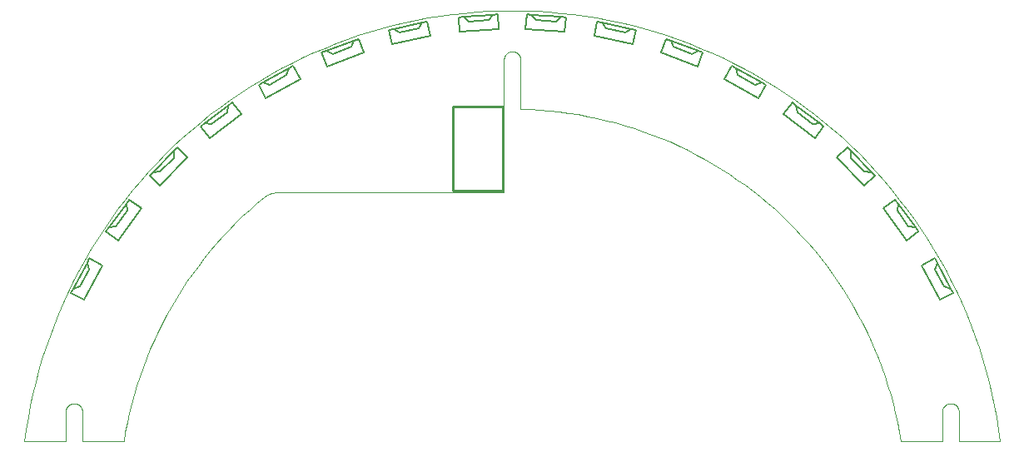
<source format=gto>
G04 EAGLE Gerber RS-274X export*
G75*
%MOMM*%
%FSLAX34Y34*%
%LPD*%
%INSilk_Top*%
%IPPOS*%
%AMOC8*
5,1,8,0,0,1.08239X$1,22.5*%
G01*
%ADD10C,0.000000*%
%ADD11C,0.200000*%
%ADD12C,0.254000*%


D10*
X992282Y0D02*
X990613Y12144D01*
X988646Y24243D01*
X986384Y36290D01*
X983826Y48278D01*
X980976Y60200D01*
X977834Y72048D01*
X974403Y83816D01*
X970685Y95496D01*
X966681Y107081D01*
X962394Y118565D01*
X957827Y129940D01*
X952983Y141200D01*
X947864Y152338D01*
X942474Y163347D01*
X936815Y174220D01*
X930892Y184952D01*
X924707Y195535D01*
X918265Y205963D01*
X911569Y216230D01*
X904623Y226330D01*
X897432Y236257D01*
X890000Y246004D01*
X882331Y255567D01*
X874430Y264938D01*
X866301Y274113D01*
X857950Y283086D01*
X849382Y291851D01*
X840601Y300404D01*
X831613Y308739D01*
X822424Y316851D01*
X813039Y324736D01*
X803463Y332388D01*
X793702Y339803D01*
X783763Y346977D01*
X773650Y353904D01*
X763371Y360582D01*
X752932Y367006D01*
X742338Y373172D01*
X731596Y379076D01*
X720712Y384715D01*
X709694Y390086D01*
X698547Y395185D01*
X687278Y400009D01*
X675895Y404556D01*
X664404Y408822D01*
X652811Y412806D01*
X641125Y416503D01*
X629351Y419914D01*
X617497Y423034D01*
X605570Y425863D01*
X593578Y428399D01*
X581527Y430640D01*
X569424Y432585D01*
X557278Y434233D01*
X545095Y435583D01*
X532882Y436633D01*
X520647Y437384D01*
X508398Y437835D01*
X496141Y437985D01*
X483884Y437835D01*
X471635Y437384D01*
X459400Y436633D01*
X447187Y435583D01*
X435004Y434233D01*
X422858Y432585D01*
X410755Y430640D01*
X398704Y428399D01*
X386712Y425863D01*
X374785Y423034D01*
X362931Y419914D01*
X351157Y416503D01*
X339471Y412806D01*
X327878Y408822D01*
X316387Y404556D01*
X305004Y400009D01*
X293735Y395185D01*
X282588Y390086D01*
X271570Y384715D01*
X260686Y379076D01*
X249944Y373172D01*
X239350Y367006D01*
X228911Y360582D01*
X218632Y353904D01*
X208519Y346977D01*
X198580Y339803D01*
X188819Y332388D01*
X179243Y324736D01*
X169858Y316851D01*
X160669Y308739D01*
X151681Y300404D01*
X142900Y291851D01*
X134332Y283086D01*
X125981Y274113D01*
X117852Y264938D01*
X109951Y255567D01*
X102282Y246004D01*
X94850Y236257D01*
X87659Y226330D01*
X80713Y216230D01*
X74017Y205963D01*
X67575Y195535D01*
X61390Y184952D01*
X55467Y174220D01*
X49808Y163347D01*
X44418Y152338D01*
X39299Y141200D01*
X34455Y129940D01*
X29888Y118565D01*
X25601Y107081D01*
X21597Y95496D01*
X17879Y83816D01*
X14448Y72048D01*
X11306Y60200D01*
X8456Y48278D01*
X5898Y36290D01*
X3636Y24243D01*
X1669Y12144D01*
X0Y0D01*
X933295Y30000D02*
X933298Y30207D01*
X933305Y30414D01*
X933318Y30620D01*
X933335Y30827D01*
X933358Y31032D01*
X933386Y31238D01*
X933418Y31442D01*
X933456Y31646D01*
X933498Y31848D01*
X933546Y32050D01*
X933598Y32250D01*
X933655Y32449D01*
X933717Y32646D01*
X933784Y32842D01*
X933856Y33036D01*
X933932Y33229D01*
X934013Y33419D01*
X934099Y33608D01*
X934189Y33794D01*
X934283Y33978D01*
X934383Y34160D01*
X934486Y34339D01*
X934594Y34516D01*
X934706Y34690D01*
X934822Y34861D01*
X934943Y35030D01*
X935067Y35195D01*
X935196Y35357D01*
X935328Y35516D01*
X935464Y35672D01*
X935604Y35825D01*
X935748Y35974D01*
X935895Y36119D01*
X936046Y36261D01*
X936200Y36399D01*
X936358Y36534D01*
X936518Y36664D01*
X936682Y36790D01*
X936849Y36913D01*
X937019Y37031D01*
X937192Y37146D01*
X937367Y37256D01*
X937545Y37361D01*
X937726Y37463D01*
X937908Y37559D01*
X938094Y37652D01*
X938281Y37740D01*
X938471Y37823D01*
X938662Y37902D01*
X938855Y37976D01*
X939051Y38045D01*
X939247Y38109D01*
X939445Y38169D01*
X939645Y38224D01*
X939846Y38274D01*
X940048Y38319D01*
X940251Y38359D01*
X940455Y38394D01*
X940660Y38424D01*
X940865Y38449D01*
X941071Y38469D01*
X941278Y38484D01*
X941485Y38494D01*
X941692Y38499D01*
X941898Y38499D01*
X942105Y38494D01*
X942312Y38484D01*
X942519Y38469D01*
X942725Y38449D01*
X942930Y38424D01*
X943135Y38394D01*
X943339Y38359D01*
X943542Y38319D01*
X943744Y38274D01*
X943945Y38224D01*
X944145Y38169D01*
X944343Y38109D01*
X944539Y38045D01*
X944735Y37976D01*
X944928Y37902D01*
X945119Y37823D01*
X945309Y37740D01*
X945496Y37652D01*
X945682Y37559D01*
X945864Y37463D01*
X946045Y37361D01*
X946223Y37256D01*
X946398Y37146D01*
X946571Y37031D01*
X946741Y36913D01*
X946908Y36790D01*
X947072Y36664D01*
X947232Y36534D01*
X947390Y36399D01*
X947544Y36261D01*
X947695Y36119D01*
X947842Y35974D01*
X947986Y35825D01*
X948126Y35672D01*
X948262Y35516D01*
X948394Y35357D01*
X948523Y35195D01*
X948647Y35030D01*
X948768Y34861D01*
X948884Y34690D01*
X948996Y34516D01*
X949104Y34339D01*
X949207Y34160D01*
X949307Y33978D01*
X949401Y33794D01*
X949491Y33608D01*
X949577Y33419D01*
X949658Y33229D01*
X949734Y33036D01*
X949806Y32842D01*
X949873Y32646D01*
X949935Y32449D01*
X949992Y32250D01*
X950044Y32050D01*
X950092Y31848D01*
X950134Y31646D01*
X950172Y31442D01*
X950204Y31238D01*
X950232Y31032D01*
X950255Y30827D01*
X950272Y30620D01*
X950285Y30414D01*
X950292Y30207D01*
X950295Y30000D01*
X891307Y0D02*
X889674Y9644D01*
X887804Y19246D01*
X885701Y28799D01*
X883365Y38297D01*
X880797Y47736D01*
X877999Y57109D01*
X874972Y66411D01*
X871719Y75636D01*
X868242Y84778D01*
X864542Y93833D01*
X860621Y102795D01*
X856483Y111658D01*
X852129Y120418D01*
X847562Y129068D01*
X842785Y137604D01*
X837801Y146020D01*
X832612Y154313D01*
X827223Y162476D01*
X821635Y170504D01*
X815852Y178394D01*
X809879Y186140D01*
X803717Y193737D01*
X797372Y201182D01*
X790847Y208469D01*
X784145Y215594D01*
X777271Y222553D01*
X770229Y229342D01*
X763023Y235957D01*
X755658Y242394D01*
X748137Y248649D01*
X740466Y254718D01*
X732648Y260597D01*
X724689Y266284D01*
X716594Y271774D01*
X708366Y277065D01*
X700012Y282153D01*
X691536Y287035D01*
X682942Y291708D01*
X674238Y296170D01*
X665426Y300418D01*
X656514Y304449D01*
X647505Y308260D01*
X638406Y311851D01*
X629222Y315217D01*
X619958Y318358D01*
X610621Y321272D01*
X601215Y323956D01*
X591746Y326410D01*
X582219Y328631D01*
X572642Y330619D01*
X563018Y332372D01*
X553355Y333889D01*
X543657Y335170D01*
X533931Y336212D01*
X524183Y337017D01*
X514417Y337583D01*
X504641Y337910D01*
X504641Y388000D02*
X504638Y388207D01*
X504631Y388414D01*
X504618Y388620D01*
X504601Y388827D01*
X504578Y389032D01*
X504550Y389238D01*
X504518Y389442D01*
X504480Y389646D01*
X504438Y389848D01*
X504390Y390050D01*
X504338Y390250D01*
X504281Y390449D01*
X504219Y390646D01*
X504152Y390842D01*
X504080Y391036D01*
X504004Y391229D01*
X503923Y391419D01*
X503837Y391608D01*
X503747Y391794D01*
X503653Y391978D01*
X503553Y392160D01*
X503450Y392339D01*
X503342Y392516D01*
X503230Y392690D01*
X503114Y392861D01*
X502993Y393030D01*
X502869Y393195D01*
X502740Y393357D01*
X502608Y393516D01*
X502472Y393672D01*
X502332Y393825D01*
X502188Y393974D01*
X502041Y394119D01*
X501890Y394261D01*
X501736Y394399D01*
X501578Y394534D01*
X501418Y394664D01*
X501254Y394790D01*
X501087Y394913D01*
X500917Y395031D01*
X500744Y395146D01*
X500569Y395256D01*
X500391Y395361D01*
X500210Y395463D01*
X500028Y395559D01*
X499842Y395652D01*
X499655Y395740D01*
X499465Y395823D01*
X499274Y395902D01*
X499081Y395976D01*
X498885Y396045D01*
X498689Y396109D01*
X498491Y396169D01*
X498291Y396224D01*
X498090Y396274D01*
X497888Y396319D01*
X497685Y396359D01*
X497481Y396394D01*
X497276Y396424D01*
X497071Y396449D01*
X496865Y396469D01*
X496658Y396484D01*
X496451Y396494D01*
X496244Y396499D01*
X496038Y396499D01*
X495831Y396494D01*
X495624Y396484D01*
X495417Y396469D01*
X495211Y396449D01*
X495006Y396424D01*
X494801Y396394D01*
X494597Y396359D01*
X494394Y396319D01*
X494192Y396274D01*
X493991Y396224D01*
X493791Y396169D01*
X493593Y396109D01*
X493397Y396045D01*
X493201Y395976D01*
X493008Y395902D01*
X492817Y395823D01*
X492627Y395740D01*
X492440Y395652D01*
X492254Y395559D01*
X492072Y395463D01*
X491891Y395361D01*
X491713Y395256D01*
X491538Y395146D01*
X491365Y395031D01*
X491195Y394913D01*
X491028Y394790D01*
X490864Y394664D01*
X490704Y394534D01*
X490546Y394399D01*
X490392Y394261D01*
X490241Y394119D01*
X490094Y393974D01*
X489950Y393825D01*
X489810Y393672D01*
X489674Y393516D01*
X489542Y393357D01*
X489413Y393195D01*
X489289Y393030D01*
X489168Y392861D01*
X489052Y392690D01*
X488940Y392516D01*
X488832Y392339D01*
X488729Y392160D01*
X488629Y391978D01*
X488535Y391794D01*
X488445Y391608D01*
X488359Y391419D01*
X488278Y391229D01*
X488202Y391036D01*
X488130Y390842D01*
X488063Y390646D01*
X488001Y390449D01*
X487944Y390250D01*
X487892Y390050D01*
X487844Y389848D01*
X487802Y389646D01*
X487764Y389442D01*
X487732Y389238D01*
X487704Y389032D01*
X487681Y388827D01*
X487664Y388620D01*
X487651Y388414D01*
X487644Y388207D01*
X487641Y388000D01*
X256500Y252910D02*
X256012Y252904D01*
X255525Y252886D01*
X255039Y252857D01*
X254553Y252815D01*
X254068Y252762D01*
X253585Y252697D01*
X253104Y252620D01*
X252625Y252531D01*
X252148Y252431D01*
X251673Y252319D01*
X251202Y252196D01*
X250733Y252061D01*
X250269Y251915D01*
X249807Y251757D01*
X249350Y251589D01*
X248897Y251409D01*
X248448Y251218D01*
X248005Y251016D01*
X247566Y250804D01*
X247133Y250581D01*
X246705Y250347D01*
X246283Y250104D01*
X245867Y249850D01*
X245457Y249585D01*
X245054Y249311D01*
X244658Y249028D01*
X244268Y248734D01*
X243887Y248431D01*
X243887Y248432D02*
X236380Y242178D01*
X229028Y235743D01*
X221836Y229131D01*
X214807Y222344D01*
X207945Y215388D01*
X201256Y208267D01*
X194743Y200984D01*
X188410Y193544D01*
X182260Y185952D01*
X176298Y178212D01*
X170526Y170328D01*
X164949Y162306D01*
X159569Y154150D01*
X154390Y145865D01*
X149415Y137456D01*
X144647Y128928D01*
X140089Y120287D01*
X135743Y111536D01*
X131612Y102682D01*
X127698Y93729D01*
X124005Y84684D01*
X120533Y75551D01*
X117286Y66336D01*
X114265Y57044D01*
X111471Y47682D01*
X108908Y38254D01*
X106575Y28766D01*
X104474Y19224D01*
X102608Y9634D01*
X100976Y0D01*
X58988Y30000D02*
X58985Y30207D01*
X58978Y30414D01*
X58965Y30620D01*
X58948Y30827D01*
X58925Y31032D01*
X58897Y31238D01*
X58865Y31442D01*
X58827Y31646D01*
X58785Y31848D01*
X58737Y32050D01*
X58685Y32250D01*
X58628Y32449D01*
X58566Y32646D01*
X58499Y32842D01*
X58427Y33036D01*
X58351Y33229D01*
X58270Y33419D01*
X58184Y33608D01*
X58094Y33794D01*
X58000Y33978D01*
X57900Y34160D01*
X57797Y34339D01*
X57689Y34516D01*
X57577Y34690D01*
X57461Y34861D01*
X57340Y35030D01*
X57216Y35195D01*
X57087Y35357D01*
X56955Y35516D01*
X56819Y35672D01*
X56679Y35825D01*
X56535Y35974D01*
X56388Y36119D01*
X56237Y36261D01*
X56083Y36399D01*
X55925Y36534D01*
X55765Y36664D01*
X55601Y36790D01*
X55434Y36913D01*
X55264Y37031D01*
X55091Y37146D01*
X54916Y37256D01*
X54738Y37361D01*
X54557Y37463D01*
X54375Y37559D01*
X54189Y37652D01*
X54002Y37740D01*
X53812Y37823D01*
X53621Y37902D01*
X53428Y37976D01*
X53232Y38045D01*
X53036Y38109D01*
X52838Y38169D01*
X52638Y38224D01*
X52437Y38274D01*
X52235Y38319D01*
X52032Y38359D01*
X51828Y38394D01*
X51623Y38424D01*
X51418Y38449D01*
X51212Y38469D01*
X51005Y38484D01*
X50798Y38494D01*
X50591Y38499D01*
X50385Y38499D01*
X50178Y38494D01*
X49971Y38484D01*
X49764Y38469D01*
X49558Y38449D01*
X49353Y38424D01*
X49148Y38394D01*
X48944Y38359D01*
X48741Y38319D01*
X48539Y38274D01*
X48338Y38224D01*
X48138Y38169D01*
X47940Y38109D01*
X47744Y38045D01*
X47548Y37976D01*
X47355Y37902D01*
X47164Y37823D01*
X46974Y37740D01*
X46787Y37652D01*
X46601Y37559D01*
X46419Y37463D01*
X46238Y37361D01*
X46060Y37256D01*
X45885Y37146D01*
X45712Y37031D01*
X45542Y36913D01*
X45375Y36790D01*
X45211Y36664D01*
X45051Y36534D01*
X44893Y36399D01*
X44739Y36261D01*
X44588Y36119D01*
X44441Y35974D01*
X44297Y35825D01*
X44157Y35672D01*
X44021Y35516D01*
X43889Y35357D01*
X43760Y35195D01*
X43636Y35030D01*
X43515Y34861D01*
X43399Y34690D01*
X43287Y34516D01*
X43179Y34339D01*
X43076Y34160D01*
X42976Y33978D01*
X42882Y33794D01*
X42792Y33608D01*
X42706Y33419D01*
X42625Y33229D01*
X42549Y33036D01*
X42477Y32842D01*
X42410Y32646D01*
X42348Y32449D01*
X42291Y32250D01*
X42239Y32050D01*
X42191Y31848D01*
X42149Y31646D01*
X42111Y31442D01*
X42079Y31238D01*
X42051Y31032D01*
X42028Y30827D01*
X42011Y30620D01*
X41998Y30414D01*
X41991Y30207D01*
X41988Y30000D01*
X950295Y0D02*
X992282Y0D01*
X990613Y12144D01*
X988646Y24243D01*
X986384Y36290D01*
X983826Y48278D01*
X980976Y60200D01*
X977834Y72048D01*
X974403Y83816D01*
X970685Y95496D01*
X966681Y107081D01*
X962394Y118565D01*
X957827Y129940D01*
X952983Y141200D01*
X947864Y152338D01*
X942474Y163347D01*
X936815Y174220D01*
X930892Y184952D01*
X924707Y195535D01*
X918265Y205963D01*
X911569Y216230D01*
X904623Y226330D01*
X897432Y236257D01*
X890000Y246004D01*
X882331Y255567D01*
X874430Y264938D01*
X866301Y274113D01*
X857950Y283086D01*
X849382Y291851D01*
X840601Y300404D01*
X831613Y308739D01*
X822424Y316851D01*
X813039Y324736D01*
X803463Y332388D01*
X793702Y339803D01*
X783763Y346977D01*
X773650Y353904D01*
X763371Y360582D01*
X752932Y367006D01*
X742338Y373172D01*
X731596Y379076D01*
X720712Y384715D01*
X709694Y390086D01*
X698547Y395185D01*
X687278Y400009D01*
X675895Y404556D01*
X664404Y408822D01*
X652811Y412806D01*
X641125Y416503D01*
X629351Y419914D01*
X617497Y423034D01*
X605570Y425863D01*
X593578Y428399D01*
X581527Y430640D01*
X569424Y432585D01*
X557278Y434233D01*
X545095Y435583D01*
X532882Y436633D01*
X520647Y437384D01*
X508398Y437835D01*
X496141Y437985D01*
X483884Y437835D01*
X471635Y437384D01*
X459400Y436633D01*
X447187Y435583D01*
X435004Y434233D01*
X422858Y432585D01*
X410755Y430640D01*
X398704Y428399D01*
X386712Y425863D01*
X374785Y423034D01*
X362931Y419914D01*
X351157Y416503D01*
X339471Y412806D01*
X327878Y408822D01*
X316387Y404556D01*
X305004Y400009D01*
X293735Y395185D01*
X282588Y390086D01*
X271570Y384715D01*
X260686Y379076D01*
X249944Y373172D01*
X239350Y367006D01*
X228911Y360582D01*
X218632Y353904D01*
X208519Y346977D01*
X198580Y339803D01*
X188819Y332388D01*
X179243Y324736D01*
X169858Y316851D01*
X160669Y308739D01*
X151681Y300404D01*
X142900Y291851D01*
X134332Y283086D01*
X125981Y274113D01*
X117852Y264938D01*
X109951Y255567D01*
X102282Y246004D01*
X94850Y236257D01*
X87659Y226330D01*
X80713Y216230D01*
X74017Y205963D01*
X67575Y195535D01*
X61390Y184952D01*
X55467Y174220D01*
X49808Y163347D01*
X44418Y152338D01*
X39299Y141200D01*
X34455Y129940D01*
X29888Y118565D01*
X25601Y107081D01*
X21597Y95496D01*
X17879Y83816D01*
X14448Y72048D01*
X11306Y60200D01*
X8456Y48278D01*
X5898Y36290D01*
X3636Y24243D01*
X1669Y12144D01*
X0Y0D01*
X41988Y0D01*
X41988Y30000D01*
X41991Y30207D01*
X41998Y30414D01*
X42011Y30620D01*
X42028Y30827D01*
X42051Y31032D01*
X42079Y31238D01*
X42111Y31442D01*
X42149Y31646D01*
X42191Y31848D01*
X42239Y32050D01*
X42291Y32250D01*
X42348Y32449D01*
X42410Y32646D01*
X42477Y32842D01*
X42549Y33036D01*
X42625Y33229D01*
X42706Y33419D01*
X42792Y33608D01*
X42882Y33794D01*
X42976Y33978D01*
X43076Y34160D01*
X43179Y34339D01*
X43287Y34516D01*
X43399Y34690D01*
X43515Y34861D01*
X43636Y35030D01*
X43760Y35195D01*
X43889Y35357D01*
X44021Y35516D01*
X44157Y35672D01*
X44297Y35825D01*
X44441Y35974D01*
X44588Y36119D01*
X44739Y36261D01*
X44893Y36399D01*
X45051Y36534D01*
X45211Y36664D01*
X45375Y36790D01*
X45542Y36913D01*
X45712Y37031D01*
X45885Y37146D01*
X46060Y37256D01*
X46238Y37361D01*
X46419Y37463D01*
X46601Y37559D01*
X46787Y37652D01*
X46974Y37740D01*
X47164Y37823D01*
X47355Y37902D01*
X47548Y37976D01*
X47744Y38045D01*
X47940Y38109D01*
X48138Y38169D01*
X48338Y38224D01*
X48539Y38274D01*
X48741Y38319D01*
X48944Y38359D01*
X49148Y38394D01*
X49353Y38424D01*
X49558Y38449D01*
X49764Y38469D01*
X49971Y38484D01*
X50178Y38494D01*
X50385Y38499D01*
X50591Y38499D01*
X50798Y38494D01*
X51005Y38484D01*
X51212Y38469D01*
X51418Y38449D01*
X51623Y38424D01*
X51828Y38394D01*
X52032Y38359D01*
X52235Y38319D01*
X52437Y38274D01*
X52638Y38224D01*
X52838Y38169D01*
X53036Y38109D01*
X53232Y38045D01*
X53428Y37976D01*
X53621Y37902D01*
X53812Y37823D01*
X54002Y37740D01*
X54189Y37652D01*
X54375Y37559D01*
X54557Y37463D01*
X54738Y37361D01*
X54916Y37256D01*
X55091Y37146D01*
X55264Y37031D01*
X55434Y36913D01*
X55601Y36790D01*
X55765Y36664D01*
X55925Y36534D01*
X56083Y36399D01*
X56237Y36261D01*
X56388Y36119D01*
X56535Y35974D01*
X56679Y35825D01*
X56819Y35672D01*
X56955Y35516D01*
X57087Y35357D01*
X57216Y35195D01*
X57340Y35030D01*
X57461Y34861D01*
X57577Y34690D01*
X57689Y34516D01*
X57797Y34339D01*
X57900Y34160D01*
X58000Y33978D01*
X58094Y33794D01*
X58184Y33608D01*
X58270Y33419D01*
X58351Y33229D01*
X58427Y33036D01*
X58499Y32842D01*
X58566Y32646D01*
X58628Y32449D01*
X58685Y32250D01*
X58737Y32050D01*
X58785Y31848D01*
X58827Y31646D01*
X58865Y31442D01*
X58897Y31238D01*
X58925Y31032D01*
X58948Y30827D01*
X58965Y30620D01*
X58978Y30414D01*
X58985Y30207D01*
X58988Y30000D01*
X58988Y0D01*
X100975Y0D01*
X100976Y0D02*
X102608Y9634D01*
X104474Y19224D01*
X106575Y28766D01*
X108908Y38254D01*
X111471Y47682D01*
X114265Y57044D01*
X117286Y66336D01*
X120533Y75551D01*
X124005Y84684D01*
X127698Y93729D01*
X131612Y102682D01*
X135743Y111536D01*
X140089Y120287D01*
X144647Y128928D01*
X149415Y137456D01*
X154390Y145865D01*
X159569Y154150D01*
X164949Y162306D01*
X170526Y170328D01*
X176298Y178212D01*
X182260Y185952D01*
X188410Y193544D01*
X194743Y200984D01*
X201256Y208267D01*
X207945Y215388D01*
X214807Y222344D01*
X221836Y229131D01*
X229028Y235743D01*
X236380Y242178D01*
X243887Y248432D01*
X243887Y248431D02*
X244268Y248734D01*
X244658Y249028D01*
X245054Y249311D01*
X245457Y249585D01*
X245867Y249850D01*
X246283Y250104D01*
X246705Y250347D01*
X247133Y250581D01*
X247566Y250804D01*
X248005Y251016D01*
X248448Y251218D01*
X248897Y251409D01*
X249350Y251589D01*
X249807Y251757D01*
X250269Y251915D01*
X250733Y252061D01*
X251202Y252196D01*
X251673Y252319D01*
X252148Y252431D01*
X252625Y252531D01*
X253104Y252620D01*
X253585Y252697D01*
X254068Y252762D01*
X254553Y252815D01*
X255039Y252857D01*
X255525Y252886D01*
X256012Y252904D01*
X256500Y252910D01*
X487641Y252910D01*
X487641Y388000D01*
X487644Y388207D01*
X487651Y388414D01*
X487664Y388620D01*
X487681Y388827D01*
X487704Y389032D01*
X487732Y389238D01*
X487764Y389442D01*
X487802Y389646D01*
X487844Y389848D01*
X487892Y390050D01*
X487944Y390250D01*
X488001Y390449D01*
X488063Y390646D01*
X488130Y390842D01*
X488202Y391036D01*
X488278Y391229D01*
X488359Y391419D01*
X488445Y391608D01*
X488535Y391794D01*
X488629Y391978D01*
X488729Y392160D01*
X488832Y392339D01*
X488940Y392516D01*
X489052Y392690D01*
X489168Y392861D01*
X489289Y393030D01*
X489413Y393195D01*
X489542Y393357D01*
X489674Y393516D01*
X489810Y393672D01*
X489950Y393825D01*
X490094Y393974D01*
X490241Y394119D01*
X490392Y394261D01*
X490546Y394399D01*
X490704Y394534D01*
X490864Y394664D01*
X491028Y394790D01*
X491195Y394913D01*
X491365Y395031D01*
X491538Y395146D01*
X491713Y395256D01*
X491891Y395361D01*
X492072Y395463D01*
X492254Y395559D01*
X492440Y395652D01*
X492627Y395740D01*
X492817Y395823D01*
X493008Y395902D01*
X493201Y395976D01*
X493397Y396045D01*
X493593Y396109D01*
X493791Y396169D01*
X493991Y396224D01*
X494192Y396274D01*
X494394Y396319D01*
X494597Y396359D01*
X494801Y396394D01*
X495006Y396424D01*
X495211Y396449D01*
X495417Y396469D01*
X495624Y396484D01*
X495831Y396494D01*
X496038Y396499D01*
X496244Y396499D01*
X496451Y396494D01*
X496658Y396484D01*
X496865Y396469D01*
X497071Y396449D01*
X497276Y396424D01*
X497481Y396394D01*
X497685Y396359D01*
X497888Y396319D01*
X498090Y396274D01*
X498291Y396224D01*
X498491Y396169D01*
X498689Y396109D01*
X498885Y396045D01*
X499081Y395976D01*
X499274Y395902D01*
X499465Y395823D01*
X499655Y395740D01*
X499842Y395652D01*
X500028Y395559D01*
X500210Y395463D01*
X500391Y395361D01*
X500569Y395256D01*
X500744Y395146D01*
X500917Y395031D01*
X501087Y394913D01*
X501254Y394790D01*
X501418Y394664D01*
X501578Y394534D01*
X501736Y394399D01*
X501890Y394261D01*
X502041Y394119D01*
X502188Y393974D01*
X502332Y393825D01*
X502472Y393672D01*
X502608Y393516D01*
X502740Y393357D01*
X502869Y393195D01*
X502993Y393030D01*
X503114Y392861D01*
X503230Y392690D01*
X503342Y392516D01*
X503450Y392339D01*
X503553Y392160D01*
X503653Y391978D01*
X503747Y391794D01*
X503837Y391608D01*
X503923Y391419D01*
X504004Y391229D01*
X504080Y391036D01*
X504152Y390842D01*
X504219Y390646D01*
X504281Y390449D01*
X504338Y390250D01*
X504390Y390050D01*
X504438Y389848D01*
X504480Y389646D01*
X504518Y389442D01*
X504550Y389238D01*
X504578Y389032D01*
X504601Y388827D01*
X504618Y388620D01*
X504631Y388414D01*
X504638Y388207D01*
X504641Y388000D01*
X504641Y337910D01*
X514417Y337583D01*
X524183Y337017D01*
X533931Y336212D01*
X543657Y335170D01*
X553355Y333889D01*
X563018Y332372D01*
X572642Y330619D01*
X582219Y328631D01*
X591746Y326410D01*
X601215Y323956D01*
X610621Y321272D01*
X619958Y318358D01*
X629222Y315217D01*
X638406Y311851D01*
X647505Y308260D01*
X656514Y304449D01*
X665426Y300418D01*
X674238Y296170D01*
X682942Y291708D01*
X691536Y287035D01*
X700012Y282153D01*
X708366Y277065D01*
X716594Y271774D01*
X724689Y266284D01*
X732648Y260597D01*
X740466Y254718D01*
X748137Y248649D01*
X755658Y242394D01*
X763023Y235957D01*
X770229Y229342D01*
X777271Y222553D01*
X784145Y215594D01*
X790847Y208469D01*
X797372Y201182D01*
X803717Y193737D01*
X809879Y186140D01*
X815852Y178394D01*
X821635Y170504D01*
X827223Y162476D01*
X832612Y154313D01*
X837801Y146020D01*
X842785Y137604D01*
X847562Y129068D01*
X852129Y120418D01*
X856483Y111658D01*
X860621Y102795D01*
X864542Y93833D01*
X868242Y84778D01*
X871719Y75636D01*
X874972Y66411D01*
X877999Y57109D01*
X880797Y47736D01*
X883365Y38297D01*
X885701Y28799D01*
X887804Y19246D01*
X889674Y9644D01*
X891307Y0D01*
X933295Y0D01*
X933295Y30000D01*
X933298Y30207D01*
X933305Y30414D01*
X933318Y30620D01*
X933335Y30827D01*
X933358Y31032D01*
X933386Y31238D01*
X933418Y31442D01*
X933456Y31646D01*
X933498Y31848D01*
X933546Y32050D01*
X933598Y32250D01*
X933655Y32449D01*
X933717Y32646D01*
X933784Y32842D01*
X933856Y33036D01*
X933932Y33229D01*
X934013Y33419D01*
X934099Y33608D01*
X934189Y33794D01*
X934283Y33978D01*
X934383Y34160D01*
X934486Y34339D01*
X934594Y34516D01*
X934706Y34690D01*
X934822Y34861D01*
X934943Y35030D01*
X935067Y35195D01*
X935196Y35357D01*
X935328Y35516D01*
X935464Y35672D01*
X935604Y35825D01*
X935748Y35974D01*
X935895Y36119D01*
X936046Y36261D01*
X936200Y36399D01*
X936358Y36534D01*
X936518Y36664D01*
X936682Y36790D01*
X936849Y36913D01*
X937019Y37031D01*
X937192Y37146D01*
X937367Y37256D01*
X937545Y37361D01*
X937726Y37463D01*
X937908Y37559D01*
X938094Y37652D01*
X938281Y37740D01*
X938471Y37823D01*
X938662Y37902D01*
X938855Y37976D01*
X939051Y38045D01*
X939247Y38109D01*
X939445Y38169D01*
X939645Y38224D01*
X939846Y38274D01*
X940048Y38319D01*
X940251Y38359D01*
X940455Y38394D01*
X940660Y38424D01*
X940865Y38449D01*
X941071Y38469D01*
X941278Y38484D01*
X941485Y38494D01*
X941692Y38499D01*
X941898Y38499D01*
X942105Y38494D01*
X942312Y38484D01*
X942519Y38469D01*
X942725Y38449D01*
X942930Y38424D01*
X943135Y38394D01*
X943339Y38359D01*
X943542Y38319D01*
X943744Y38274D01*
X943945Y38224D01*
X944145Y38169D01*
X944343Y38109D01*
X944539Y38045D01*
X944735Y37976D01*
X944928Y37902D01*
X945119Y37823D01*
X945309Y37740D01*
X945496Y37652D01*
X945682Y37559D01*
X945864Y37463D01*
X946045Y37361D01*
X946223Y37256D01*
X946398Y37146D01*
X946571Y37031D01*
X946741Y36913D01*
X946908Y36790D01*
X947072Y36664D01*
X947232Y36534D01*
X947390Y36399D01*
X947544Y36261D01*
X947695Y36119D01*
X947842Y35974D01*
X947986Y35825D01*
X948126Y35672D01*
X948262Y35516D01*
X948394Y35357D01*
X948523Y35195D01*
X948647Y35030D01*
X948768Y34861D01*
X948884Y34690D01*
X948996Y34516D01*
X949104Y34339D01*
X949207Y34160D01*
X949307Y33978D01*
X949401Y33794D01*
X949491Y33608D01*
X949577Y33419D01*
X949658Y33229D01*
X949734Y33036D01*
X949806Y32842D01*
X949873Y32646D01*
X949935Y32449D01*
X949992Y32250D01*
X950044Y32050D01*
X950092Y31848D01*
X950134Y31646D01*
X950172Y31442D01*
X950204Y31238D01*
X950232Y31032D01*
X950255Y30827D01*
X950272Y30620D01*
X950285Y30414D01*
X950292Y30207D01*
X950295Y30000D01*
X950295Y0D01*
D11*
X49887Y155005D02*
X47563Y150578D01*
X49887Y155005D02*
X63832Y181567D01*
X66156Y185994D01*
X79437Y179022D01*
X60844Y143606D01*
X47563Y150578D01*
X65935Y174816D02*
X63832Y181567D01*
X65935Y174816D02*
X56638Y157108D01*
X49887Y155005D01*
X441626Y431387D02*
X446613Y431735D01*
X476540Y433828D01*
X481528Y434177D01*
X482574Y419213D01*
X442672Y416423D01*
X441626Y431387D01*
X471901Y428491D02*
X476540Y433828D01*
X471901Y428491D02*
X451950Y427096D01*
X446613Y431735D01*
X375547Y419332D02*
X370661Y418267D01*
X375547Y419332D02*
X404858Y425723D01*
X409743Y426788D01*
X412939Y412133D01*
X373857Y403612D01*
X370661Y418267D01*
X401038Y419773D02*
X404858Y425723D01*
X401038Y419773D02*
X381497Y415512D01*
X375547Y419332D01*
X86016Y217373D02*
X83077Y213328D01*
X86016Y217373D02*
X103649Y241644D01*
X106588Y245689D01*
X118723Y236872D01*
X95212Y204511D01*
X83077Y213328D01*
X104755Y234660D02*
X103649Y241644D01*
X104755Y234660D02*
X93000Y218479D01*
X86016Y217373D01*
X127364Y270324D02*
X130856Y273903D01*
X151809Y295374D01*
X155301Y298952D01*
X166036Y288476D01*
X138099Y259848D01*
X127364Y270324D01*
X151895Y288303D02*
X151809Y295374D01*
X151895Y288303D02*
X137927Y273989D01*
X130856Y273903D01*
X179446Y320246D02*
X183423Y323276D01*
X207287Y341456D01*
X211265Y344486D01*
X220354Y332554D01*
X188535Y308314D01*
X179446Y320246D01*
X206340Y334449D02*
X207287Y341456D01*
X206340Y334449D02*
X190430Y322329D01*
X183423Y323276D01*
X238172Y362163D02*
X242545Y364588D01*
X268783Y379132D01*
X273156Y381556D01*
X280428Y368437D01*
X245444Y349044D01*
X238172Y362163D01*
X266834Y372335D02*
X268783Y379132D01*
X266834Y372335D02*
X249342Y362638D01*
X242545Y364588D01*
X302340Y395084D02*
X307020Y396843D01*
X335102Y407398D01*
X339782Y409157D01*
X345060Y395116D01*
X307618Y381043D01*
X302340Y395084D01*
X332181Y400959D02*
X335102Y407398D01*
X332181Y400959D02*
X313460Y393922D01*
X307020Y396843D01*
X926144Y185994D02*
X928468Y181567D01*
X942413Y155005D01*
X944737Y150578D01*
X931456Y143606D01*
X912863Y179022D01*
X926144Y185994D01*
X935662Y157108D02*
X942413Y155005D01*
X935662Y157108D02*
X926365Y174816D01*
X928468Y181567D01*
X840491Y295374D02*
X836999Y298952D01*
X840491Y295374D02*
X861444Y273903D01*
X864936Y270324D01*
X854201Y259848D01*
X826264Y288476D01*
X836999Y298952D01*
X854373Y273989D02*
X861444Y273903D01*
X854373Y273989D02*
X840405Y288303D01*
X840491Y295374D01*
X723517Y379132D02*
X719144Y381556D01*
X723517Y379132D02*
X749755Y364588D01*
X754128Y362163D01*
X746856Y349044D01*
X711872Y368437D01*
X719144Y381556D01*
X742958Y362638D02*
X749755Y364588D01*
X742958Y362638D02*
X725466Y372335D01*
X723517Y379132D01*
X587442Y425723D02*
X582557Y426788D01*
X587442Y425723D02*
X616753Y419332D01*
X621639Y418267D01*
X618443Y403612D01*
X579361Y412133D01*
X582557Y426788D01*
X610803Y415512D02*
X616753Y419332D01*
X610803Y415512D02*
X591262Y419773D01*
X587442Y425723D01*
X515760Y433828D02*
X510772Y434177D01*
X515760Y433828D02*
X545687Y431735D01*
X550674Y431387D01*
X549628Y416423D01*
X509726Y419213D01*
X510772Y434177D01*
X540350Y427096D02*
X545687Y431735D01*
X540350Y427096D02*
X520399Y428491D01*
X515760Y433828D01*
X652518Y409157D02*
X657198Y407398D01*
X685280Y396843D01*
X689960Y395084D01*
X684682Y381043D01*
X647240Y395116D01*
X652518Y409157D01*
X678840Y393922D02*
X685280Y396843D01*
X678840Y393922D02*
X660119Y400959D01*
X657198Y407398D01*
X781035Y344486D02*
X785013Y341456D01*
X808877Y323276D01*
X812854Y320246D01*
X803765Y308314D01*
X771946Y332554D01*
X781035Y344486D01*
X801870Y322329D02*
X808877Y323276D01*
X801870Y322329D02*
X785960Y334449D01*
X785013Y341456D01*
X885712Y245689D02*
X888651Y241644D01*
X906284Y217373D01*
X909223Y213328D01*
X897088Y204511D01*
X873577Y236872D01*
X885712Y245689D01*
X899300Y218479D02*
X906284Y217373D01*
X899300Y218479D02*
X887545Y234660D01*
X888651Y241644D01*
D12*
X486640Y255000D02*
X435840Y255000D01*
X486640Y255000D02*
X486640Y340100D01*
X435840Y340100D01*
X435840Y255000D01*
M02*

</source>
